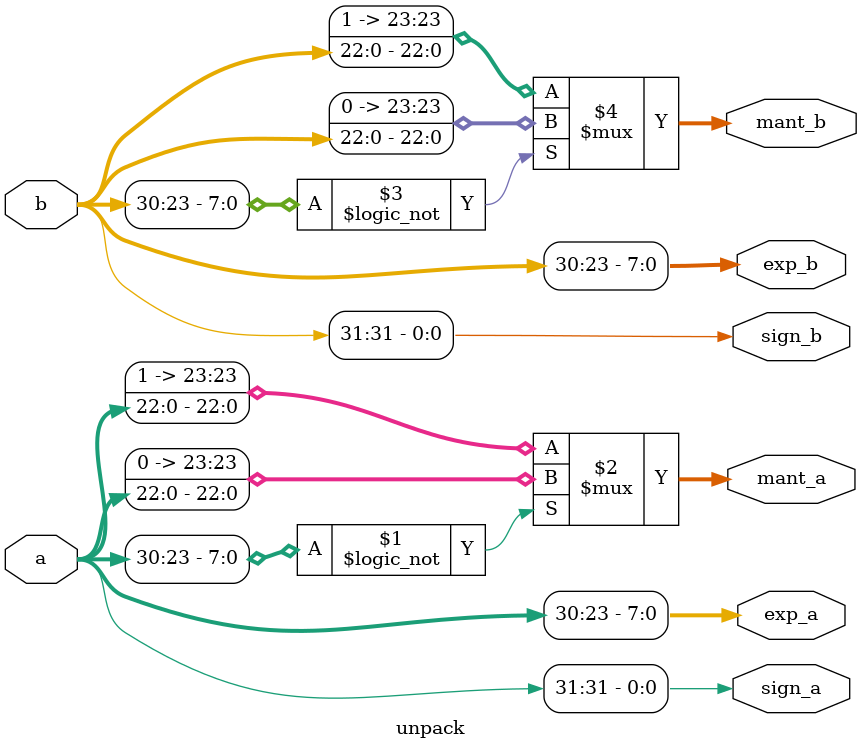
<source format=v>
module unpack(
    input  [31:0] a, b,
    output        sign_a, sign_b,
    output [7:0]  exp_a, exp_b,
    output [23:0] mant_a, mant_b
);
    assign sign_a = a[31];
    assign exp_a  = a[30:23];
    assign mant_a = (exp_a == 0) ? {1'b0, a[22:0]} : {1'b1, a[22:0]};

    assign sign_b = b[31];
    assign exp_b  = b[30:23];
    assign mant_b = (exp_b == 0) ? {1'b0, b[22:0]} : {1'b1, b[22:0]};
endmodule

</source>
